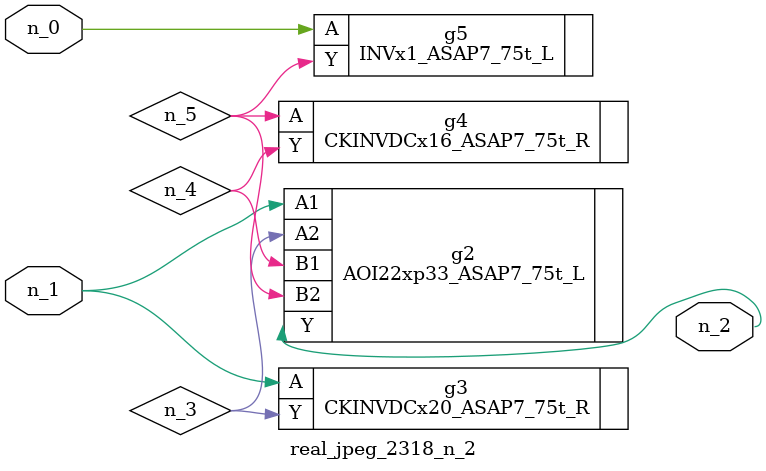
<source format=v>
module real_jpeg_2318_n_2 (n_1, n_0, n_2);

input n_1;
input n_0;

output n_2;

wire n_5;
wire n_4;
wire n_3;

INVx1_ASAP7_75t_L g5 ( 
.A(n_0),
.Y(n_5)
);

AOI22xp33_ASAP7_75t_L g2 ( 
.A1(n_1),
.A2(n_3),
.B1(n_4),
.B2(n_5),
.Y(n_2)
);

CKINVDCx20_ASAP7_75t_R g3 ( 
.A(n_1),
.Y(n_3)
);

CKINVDCx16_ASAP7_75t_R g4 ( 
.A(n_5),
.Y(n_4)
);


endmodule
</source>
